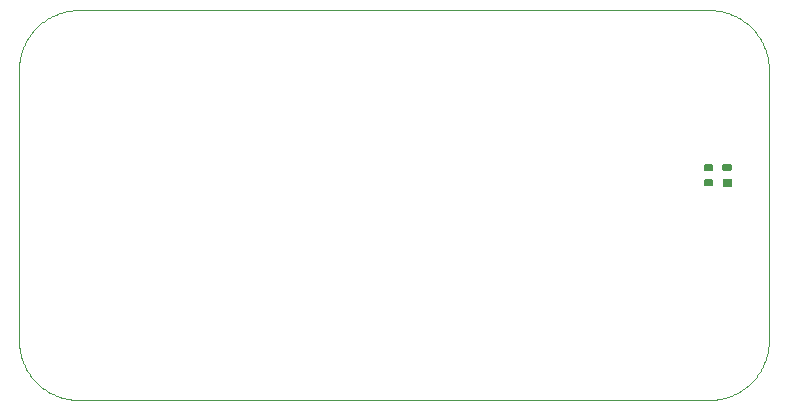
<source format=gtp>
G04 EAGLE Gerber RS-274X export*
G75*
%MOMM*%
%FSLAX34Y34*%
%LPD*%
%INpadmask top*%
%IPPOS*%
%AMOC8*
5,1,8,0,0,1.08239X$1,22.5*%
G01*
%ADD10C,0.025400*%
%ADD11C,0.158750*%
%ADD12C,0.063500*%
%ADD13C,0.317500*%


D10*
X635000Y50800D02*
X635000Y279400D01*
X634985Y280628D01*
X634941Y281854D01*
X634867Y283080D01*
X634763Y284303D01*
X634630Y285523D01*
X634467Y286740D01*
X634275Y287953D01*
X634054Y289160D01*
X633803Y290362D01*
X633524Y291557D01*
X633216Y292746D01*
X632879Y293926D01*
X632514Y295098D01*
X632120Y296261D01*
X631699Y297414D01*
X631250Y298556D01*
X630773Y299688D01*
X630269Y300807D01*
X629738Y301914D01*
X629181Y303008D01*
X628598Y304088D01*
X627988Y305154D01*
X627353Y306204D01*
X626693Y307239D01*
X626008Y308258D01*
X625298Y309259D01*
X624565Y310244D01*
X623807Y311210D01*
X623027Y312158D01*
X622224Y313087D01*
X621399Y313996D01*
X620552Y314884D01*
X619684Y315752D01*
X618796Y316599D01*
X617887Y317424D01*
X616958Y318227D01*
X616010Y319007D01*
X615044Y319765D01*
X614059Y320498D01*
X613058Y321208D01*
X612039Y321893D01*
X611004Y322553D01*
X609954Y323188D01*
X608888Y323798D01*
X607808Y324381D01*
X606714Y324938D01*
X605607Y325469D01*
X604488Y325973D01*
X603356Y326450D01*
X602214Y326899D01*
X601061Y327320D01*
X599898Y327714D01*
X598726Y328079D01*
X597546Y328416D01*
X596357Y328724D01*
X595162Y329003D01*
X593960Y329254D01*
X592753Y329475D01*
X591540Y329667D01*
X590323Y329830D01*
X589103Y329963D01*
X587880Y330067D01*
X586654Y330141D01*
X585428Y330185D01*
X584200Y330200D01*
X50800Y330200D01*
X49572Y330185D01*
X48346Y330141D01*
X47120Y330067D01*
X45897Y329963D01*
X44677Y329830D01*
X43460Y329667D01*
X42247Y329475D01*
X41040Y329254D01*
X39838Y329003D01*
X38643Y328724D01*
X37454Y328416D01*
X36274Y328079D01*
X35102Y327714D01*
X33939Y327320D01*
X32786Y326899D01*
X31644Y326450D01*
X30512Y325973D01*
X29393Y325469D01*
X28286Y324938D01*
X27192Y324381D01*
X26112Y323798D01*
X25046Y323188D01*
X23996Y322553D01*
X22961Y321893D01*
X21942Y321208D01*
X20941Y320498D01*
X19956Y319765D01*
X18990Y319007D01*
X18042Y318227D01*
X17113Y317424D01*
X16204Y316599D01*
X15316Y315752D01*
X14448Y314884D01*
X13601Y313996D01*
X12776Y313087D01*
X11973Y312158D01*
X11193Y311210D01*
X10435Y310244D01*
X9702Y309259D01*
X8992Y308258D01*
X8307Y307239D01*
X7647Y306204D01*
X7012Y305154D01*
X6402Y304088D01*
X5819Y303008D01*
X5262Y301914D01*
X4731Y300807D01*
X4227Y299688D01*
X3750Y298556D01*
X3301Y297414D01*
X2880Y296261D01*
X2486Y295098D01*
X2121Y293926D01*
X1784Y292746D01*
X1476Y291557D01*
X1197Y290362D01*
X946Y289160D01*
X725Y287953D01*
X533Y286740D01*
X370Y285523D01*
X237Y284303D01*
X133Y283080D01*
X59Y281854D01*
X15Y280628D01*
X0Y279400D01*
X0Y50800D01*
X15Y49572D01*
X59Y48346D01*
X133Y47120D01*
X237Y45897D01*
X370Y44677D01*
X533Y43460D01*
X725Y42247D01*
X946Y41040D01*
X1197Y39838D01*
X1476Y38643D01*
X1784Y37454D01*
X2121Y36274D01*
X2486Y35102D01*
X2880Y33939D01*
X3301Y32786D01*
X3750Y31644D01*
X4227Y30512D01*
X4731Y29393D01*
X5262Y28286D01*
X5819Y27192D01*
X6402Y26112D01*
X7012Y25046D01*
X7647Y23996D01*
X8307Y22961D01*
X8992Y21942D01*
X9702Y20941D01*
X10435Y19956D01*
X11193Y18990D01*
X11973Y18042D01*
X12776Y17113D01*
X13601Y16204D01*
X14448Y15316D01*
X15316Y14448D01*
X16204Y13601D01*
X17113Y12776D01*
X18042Y11973D01*
X18990Y11193D01*
X19956Y10435D01*
X20941Y9702D01*
X21942Y8992D01*
X22961Y8307D01*
X23996Y7647D01*
X25046Y7012D01*
X26112Y6402D01*
X27192Y5819D01*
X28286Y5262D01*
X29393Y4731D01*
X30512Y4227D01*
X31644Y3750D01*
X32786Y3301D01*
X33939Y2880D01*
X35102Y2486D01*
X36274Y2121D01*
X37454Y1784D01*
X38643Y1476D01*
X39838Y1197D01*
X41040Y946D01*
X42247Y725D01*
X43460Y533D01*
X44677Y370D01*
X45897Y237D01*
X47120Y133D01*
X48346Y59D01*
X49572Y15D01*
X50800Y0D01*
X584200Y0D01*
X585428Y15D01*
X586654Y59D01*
X587880Y133D01*
X589103Y237D01*
X590323Y370D01*
X591540Y533D01*
X592753Y725D01*
X593960Y946D01*
X595162Y1197D01*
X596357Y1476D01*
X597546Y1784D01*
X598726Y2121D01*
X599898Y2486D01*
X601061Y2880D01*
X602214Y3301D01*
X603356Y3750D01*
X604488Y4227D01*
X605607Y4731D01*
X606714Y5262D01*
X607808Y5819D01*
X608888Y6402D01*
X609954Y7012D01*
X611004Y7647D01*
X612039Y8307D01*
X613058Y8992D01*
X614059Y9702D01*
X615044Y10435D01*
X616010Y11193D01*
X616958Y11973D01*
X617887Y12776D01*
X618796Y13601D01*
X619684Y14448D01*
X620552Y15316D01*
X621399Y16204D01*
X622224Y17113D01*
X623027Y18042D01*
X623807Y18990D01*
X624565Y19956D01*
X625298Y20941D01*
X626008Y21942D01*
X626693Y22961D01*
X627353Y23996D01*
X627988Y25046D01*
X628598Y26112D01*
X629181Y27192D01*
X629738Y28286D01*
X630269Y29393D01*
X630773Y30512D01*
X631250Y31644D01*
X631699Y32786D01*
X632120Y33939D01*
X632514Y35102D01*
X632879Y36274D01*
X633216Y37454D01*
X633524Y38643D01*
X633803Y39838D01*
X634054Y41040D01*
X634275Y42247D01*
X634467Y43460D01*
X634630Y44677D01*
X634763Y45897D01*
X634867Y47120D01*
X634941Y48346D01*
X634985Y49572D01*
X635000Y50800D01*
D11*
X581184Y194469D02*
X581184Y199231D01*
X587216Y199231D01*
X587216Y194469D01*
X581184Y194469D01*
X581184Y195978D02*
X587216Y195978D01*
X587216Y197487D02*
X581184Y197487D01*
X581184Y198996D02*
X587216Y198996D01*
X581184Y186531D02*
X581184Y181769D01*
X581184Y186531D02*
X587216Y186531D01*
X587216Y181769D01*
X581184Y181769D01*
X581184Y183278D02*
X587216Y183278D01*
X587216Y184787D02*
X581184Y184787D01*
X581184Y186296D02*
X587216Y186296D01*
D12*
X602933Y187008D02*
X602933Y181292D01*
X595947Y181292D01*
X595947Y187008D01*
X602933Y187008D01*
X602933Y181895D02*
X595947Y181895D01*
X595947Y182498D02*
X602933Y182498D01*
X602933Y183101D02*
X595947Y183101D01*
X595947Y183704D02*
X602933Y183704D01*
X602933Y184307D02*
X595947Y184307D01*
X595947Y184910D02*
X602933Y184910D01*
X602933Y185513D02*
X595947Y185513D01*
X595947Y186116D02*
X602933Y186116D01*
X602933Y186719D02*
X595947Y186719D01*
D13*
X601663Y195262D02*
X601663Y198438D01*
X601663Y195262D02*
X597217Y195262D01*
X597217Y198438D01*
X601663Y198438D01*
X601663Y198278D02*
X597217Y198278D01*
M02*

</source>
